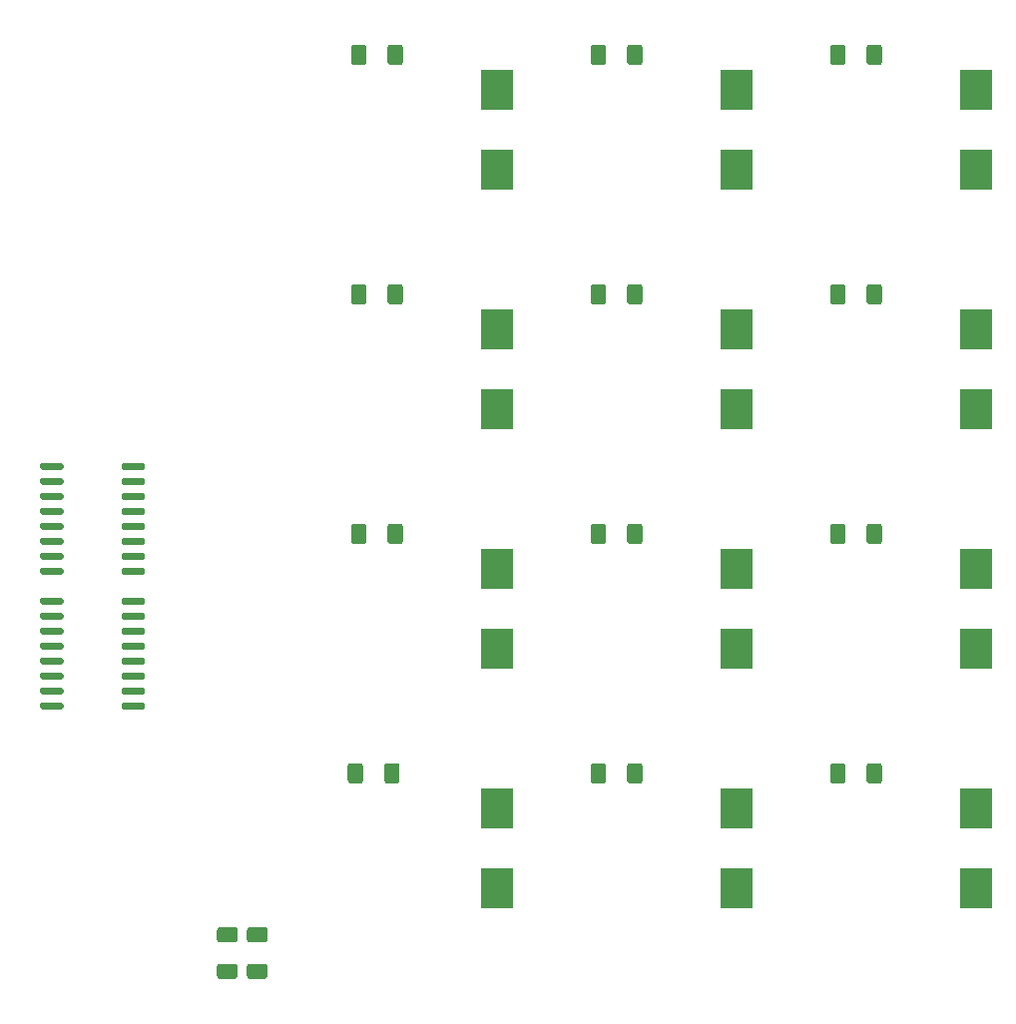
<source format=gbr>
%TF.GenerationSoftware,KiCad,Pcbnew,(5.1.9)-1*%
%TF.CreationDate,2021-05-08T01:25:36+09:00*%
%TF.ProjectId,EncKiboard_V2,456e634b-6962-46f6-9172-645f56322e6b,rev?*%
%TF.SameCoordinates,Original*%
%TF.FileFunction,Paste,Top*%
%TF.FilePolarity,Positive*%
%FSLAX46Y46*%
G04 Gerber Fmt 4.6, Leading zero omitted, Abs format (unit mm)*
G04 Created by KiCad (PCBNEW (5.1.9)-1) date 2021-05-08 01:25:36*
%MOMM*%
%LPD*%
G01*
G04 APERTURE LIST*
%ADD10R,2.700000X3.500000*%
G04 APERTURE END LIST*
D10*
%TO.C,D14*%
X196850000Y-140560000D03*
X196850000Y-133760000D03*
%TD*%
%TO.C,D13*%
X196850000Y-120240000D03*
X196850000Y-113440000D03*
%TD*%
%TO.C,D12*%
X196850000Y-99920000D03*
X196850000Y-93120000D03*
%TD*%
%TO.C,D11*%
X196850000Y-79600000D03*
X196850000Y-72800000D03*
%TD*%
%TO.C,D10*%
X176530000Y-140560000D03*
X176530000Y-133760000D03*
%TD*%
%TO.C,D9*%
X176530000Y-120240000D03*
X176530000Y-113440000D03*
%TD*%
%TO.C,D8*%
X176530000Y-99920000D03*
X176530000Y-93120000D03*
%TD*%
%TO.C,D7*%
X176530000Y-79600000D03*
X176530000Y-72800000D03*
%TD*%
%TO.C,D6*%
X156210000Y-140560000D03*
X156210000Y-133760000D03*
%TD*%
%TO.C,D5*%
X156210000Y-120240000D03*
X156210000Y-113440000D03*
%TD*%
%TO.C,D4*%
X156210000Y-99920000D03*
X156210000Y-93120000D03*
%TD*%
%TO.C,D3*%
X156210000Y-79600000D03*
X156210000Y-72800000D03*
%TD*%
%TO.C,R14*%
G36*
G01*
X187590000Y-131435001D02*
X187590000Y-130184999D01*
G75*
G02*
X187839999Y-129935000I249999J0D01*
G01*
X188640001Y-129935000D01*
G75*
G02*
X188890000Y-130184999I0J-249999D01*
G01*
X188890000Y-131435001D01*
G75*
G02*
X188640001Y-131685000I-249999J0D01*
G01*
X187839999Y-131685000D01*
G75*
G02*
X187590000Y-131435001I0J249999D01*
G01*
G37*
G36*
G01*
X184490000Y-131435001D02*
X184490000Y-130184999D01*
G75*
G02*
X184739999Y-129935000I249999J0D01*
G01*
X185540001Y-129935000D01*
G75*
G02*
X185790000Y-130184999I0J-249999D01*
G01*
X185790000Y-131435001D01*
G75*
G02*
X185540001Y-131685000I-249999J0D01*
G01*
X184739999Y-131685000D01*
G75*
G02*
X184490000Y-131435001I0J249999D01*
G01*
G37*
%TD*%
%TO.C,R13*%
G36*
G01*
X167270000Y-131435001D02*
X167270000Y-130184999D01*
G75*
G02*
X167519999Y-129935000I249999J0D01*
G01*
X168320001Y-129935000D01*
G75*
G02*
X168570000Y-130184999I0J-249999D01*
G01*
X168570000Y-131435001D01*
G75*
G02*
X168320001Y-131685000I-249999J0D01*
G01*
X167519999Y-131685000D01*
G75*
G02*
X167270000Y-131435001I0J249999D01*
G01*
G37*
G36*
G01*
X164170000Y-131435001D02*
X164170000Y-130184999D01*
G75*
G02*
X164419999Y-129935000I249999J0D01*
G01*
X165220001Y-129935000D01*
G75*
G02*
X165470000Y-130184999I0J-249999D01*
G01*
X165470000Y-131435001D01*
G75*
G02*
X165220001Y-131685000I-249999J0D01*
G01*
X164419999Y-131685000D01*
G75*
G02*
X164170000Y-131435001I0J249999D01*
G01*
G37*
%TD*%
%TO.C,R12*%
G36*
G01*
X146670000Y-131435001D02*
X146670000Y-130184999D01*
G75*
G02*
X146919999Y-129935000I249999J0D01*
G01*
X147720001Y-129935000D01*
G75*
G02*
X147970000Y-130184999I0J-249999D01*
G01*
X147970000Y-131435001D01*
G75*
G02*
X147720001Y-131685000I-249999J0D01*
G01*
X146919999Y-131685000D01*
G75*
G02*
X146670000Y-131435001I0J249999D01*
G01*
G37*
G36*
G01*
X143570000Y-131435001D02*
X143570000Y-130184999D01*
G75*
G02*
X143819999Y-129935000I249999J0D01*
G01*
X144620001Y-129935000D01*
G75*
G02*
X144870000Y-130184999I0J-249999D01*
G01*
X144870000Y-131435001D01*
G75*
G02*
X144620001Y-131685000I-249999J0D01*
G01*
X143819999Y-131685000D01*
G75*
G02*
X143570000Y-131435001I0J249999D01*
G01*
G37*
%TD*%
%TO.C,R11*%
G36*
G01*
X187590000Y-111115001D02*
X187590000Y-109864999D01*
G75*
G02*
X187839999Y-109615000I249999J0D01*
G01*
X188640001Y-109615000D01*
G75*
G02*
X188890000Y-109864999I0J-249999D01*
G01*
X188890000Y-111115001D01*
G75*
G02*
X188640001Y-111365000I-249999J0D01*
G01*
X187839999Y-111365000D01*
G75*
G02*
X187590000Y-111115001I0J249999D01*
G01*
G37*
G36*
G01*
X184490000Y-111115001D02*
X184490000Y-109864999D01*
G75*
G02*
X184739999Y-109615000I249999J0D01*
G01*
X185540001Y-109615000D01*
G75*
G02*
X185790000Y-109864999I0J-249999D01*
G01*
X185790000Y-111115001D01*
G75*
G02*
X185540001Y-111365000I-249999J0D01*
G01*
X184739999Y-111365000D01*
G75*
G02*
X184490000Y-111115001I0J249999D01*
G01*
G37*
%TD*%
%TO.C,R10*%
G36*
G01*
X167270000Y-111115001D02*
X167270000Y-109864999D01*
G75*
G02*
X167519999Y-109615000I249999J0D01*
G01*
X168320001Y-109615000D01*
G75*
G02*
X168570000Y-109864999I0J-249999D01*
G01*
X168570000Y-111115001D01*
G75*
G02*
X168320001Y-111365000I-249999J0D01*
G01*
X167519999Y-111365000D01*
G75*
G02*
X167270000Y-111115001I0J249999D01*
G01*
G37*
G36*
G01*
X164170000Y-111115001D02*
X164170000Y-109864999D01*
G75*
G02*
X164419999Y-109615000I249999J0D01*
G01*
X165220001Y-109615000D01*
G75*
G02*
X165470000Y-109864999I0J-249999D01*
G01*
X165470000Y-111115001D01*
G75*
G02*
X165220001Y-111365000I-249999J0D01*
G01*
X164419999Y-111365000D01*
G75*
G02*
X164170000Y-111115001I0J249999D01*
G01*
G37*
%TD*%
%TO.C,R9*%
G36*
G01*
X146950000Y-111115001D02*
X146950000Y-109864999D01*
G75*
G02*
X147199999Y-109615000I249999J0D01*
G01*
X148000001Y-109615000D01*
G75*
G02*
X148250000Y-109864999I0J-249999D01*
G01*
X148250000Y-111115001D01*
G75*
G02*
X148000001Y-111365000I-249999J0D01*
G01*
X147199999Y-111365000D01*
G75*
G02*
X146950000Y-111115001I0J249999D01*
G01*
G37*
G36*
G01*
X143850000Y-111115001D02*
X143850000Y-109864999D01*
G75*
G02*
X144099999Y-109615000I249999J0D01*
G01*
X144900001Y-109615000D01*
G75*
G02*
X145150000Y-109864999I0J-249999D01*
G01*
X145150000Y-111115001D01*
G75*
G02*
X144900001Y-111365000I-249999J0D01*
G01*
X144099999Y-111365000D01*
G75*
G02*
X143850000Y-111115001I0J249999D01*
G01*
G37*
%TD*%
%TO.C,R8*%
G36*
G01*
X187590000Y-90795001D02*
X187590000Y-89544999D01*
G75*
G02*
X187839999Y-89295000I249999J0D01*
G01*
X188640001Y-89295000D01*
G75*
G02*
X188890000Y-89544999I0J-249999D01*
G01*
X188890000Y-90795001D01*
G75*
G02*
X188640001Y-91045000I-249999J0D01*
G01*
X187839999Y-91045000D01*
G75*
G02*
X187590000Y-90795001I0J249999D01*
G01*
G37*
G36*
G01*
X184490000Y-90795001D02*
X184490000Y-89544999D01*
G75*
G02*
X184739999Y-89295000I249999J0D01*
G01*
X185540001Y-89295000D01*
G75*
G02*
X185790000Y-89544999I0J-249999D01*
G01*
X185790000Y-90795001D01*
G75*
G02*
X185540001Y-91045000I-249999J0D01*
G01*
X184739999Y-91045000D01*
G75*
G02*
X184490000Y-90795001I0J249999D01*
G01*
G37*
%TD*%
%TO.C,R7*%
G36*
G01*
X167270000Y-90795001D02*
X167270000Y-89544999D01*
G75*
G02*
X167519999Y-89295000I249999J0D01*
G01*
X168320001Y-89295000D01*
G75*
G02*
X168570000Y-89544999I0J-249999D01*
G01*
X168570000Y-90795001D01*
G75*
G02*
X168320001Y-91045000I-249999J0D01*
G01*
X167519999Y-91045000D01*
G75*
G02*
X167270000Y-90795001I0J249999D01*
G01*
G37*
G36*
G01*
X164170000Y-90795001D02*
X164170000Y-89544999D01*
G75*
G02*
X164419999Y-89295000I249999J0D01*
G01*
X165220001Y-89295000D01*
G75*
G02*
X165470000Y-89544999I0J-249999D01*
G01*
X165470000Y-90795001D01*
G75*
G02*
X165220001Y-91045000I-249999J0D01*
G01*
X164419999Y-91045000D01*
G75*
G02*
X164170000Y-90795001I0J249999D01*
G01*
G37*
%TD*%
%TO.C,R6*%
G36*
G01*
X146950000Y-90795001D02*
X146950000Y-89544999D01*
G75*
G02*
X147199999Y-89295000I249999J0D01*
G01*
X148000001Y-89295000D01*
G75*
G02*
X148250000Y-89544999I0J-249999D01*
G01*
X148250000Y-90795001D01*
G75*
G02*
X148000001Y-91045000I-249999J0D01*
G01*
X147199999Y-91045000D01*
G75*
G02*
X146950000Y-90795001I0J249999D01*
G01*
G37*
G36*
G01*
X143850000Y-90795001D02*
X143850000Y-89544999D01*
G75*
G02*
X144099999Y-89295000I249999J0D01*
G01*
X144900001Y-89295000D01*
G75*
G02*
X145150000Y-89544999I0J-249999D01*
G01*
X145150000Y-90795001D01*
G75*
G02*
X144900001Y-91045000I-249999J0D01*
G01*
X144099999Y-91045000D01*
G75*
G02*
X143850000Y-90795001I0J249999D01*
G01*
G37*
%TD*%
%TO.C,R5*%
G36*
G01*
X187590000Y-70475001D02*
X187590000Y-69224999D01*
G75*
G02*
X187839999Y-68975000I249999J0D01*
G01*
X188640001Y-68975000D01*
G75*
G02*
X188890000Y-69224999I0J-249999D01*
G01*
X188890000Y-70475001D01*
G75*
G02*
X188640001Y-70725000I-249999J0D01*
G01*
X187839999Y-70725000D01*
G75*
G02*
X187590000Y-70475001I0J249999D01*
G01*
G37*
G36*
G01*
X184490000Y-70475001D02*
X184490000Y-69224999D01*
G75*
G02*
X184739999Y-68975000I249999J0D01*
G01*
X185540001Y-68975000D01*
G75*
G02*
X185790000Y-69224999I0J-249999D01*
G01*
X185790000Y-70475001D01*
G75*
G02*
X185540001Y-70725000I-249999J0D01*
G01*
X184739999Y-70725000D01*
G75*
G02*
X184490000Y-70475001I0J249999D01*
G01*
G37*
%TD*%
%TO.C,R4*%
G36*
G01*
X167270000Y-70475001D02*
X167270000Y-69224999D01*
G75*
G02*
X167519999Y-68975000I249999J0D01*
G01*
X168320001Y-68975000D01*
G75*
G02*
X168570000Y-69224999I0J-249999D01*
G01*
X168570000Y-70475001D01*
G75*
G02*
X168320001Y-70725000I-249999J0D01*
G01*
X167519999Y-70725000D01*
G75*
G02*
X167270000Y-70475001I0J249999D01*
G01*
G37*
G36*
G01*
X164170000Y-70475001D02*
X164170000Y-69224999D01*
G75*
G02*
X164419999Y-68975000I249999J0D01*
G01*
X165220001Y-68975000D01*
G75*
G02*
X165470000Y-69224999I0J-249999D01*
G01*
X165470000Y-70475001D01*
G75*
G02*
X165220001Y-70725000I-249999J0D01*
G01*
X164419999Y-70725000D01*
G75*
G02*
X164170000Y-70475001I0J249999D01*
G01*
G37*
%TD*%
%TO.C,R3*%
G36*
G01*
X146950000Y-70475001D02*
X146950000Y-69224999D01*
G75*
G02*
X147199999Y-68975000I249999J0D01*
G01*
X148000001Y-68975000D01*
G75*
G02*
X148250000Y-69224999I0J-249999D01*
G01*
X148250000Y-70475001D01*
G75*
G02*
X148000001Y-70725000I-249999J0D01*
G01*
X147199999Y-70725000D01*
G75*
G02*
X146950000Y-70475001I0J249999D01*
G01*
G37*
G36*
G01*
X143850000Y-70475001D02*
X143850000Y-69224999D01*
G75*
G02*
X144099999Y-68975000I249999J0D01*
G01*
X144900001Y-68975000D01*
G75*
G02*
X145150000Y-69224999I0J-249999D01*
G01*
X145150000Y-70475001D01*
G75*
G02*
X144900001Y-70725000I-249999J0D01*
G01*
X144099999Y-70725000D01*
G75*
G02*
X143850000Y-70475001I0J249999D01*
G01*
G37*
%TD*%
%TO.C,R2*%
G36*
G01*
X135264999Y-146950000D02*
X136515001Y-146950000D01*
G75*
G02*
X136765000Y-147199999I0J-249999D01*
G01*
X136765000Y-148000001D01*
G75*
G02*
X136515001Y-148250000I-249999J0D01*
G01*
X135264999Y-148250000D01*
G75*
G02*
X135015000Y-148000001I0J249999D01*
G01*
X135015000Y-147199999D01*
G75*
G02*
X135264999Y-146950000I249999J0D01*
G01*
G37*
G36*
G01*
X135264999Y-143850000D02*
X136515001Y-143850000D01*
G75*
G02*
X136765000Y-144099999I0J-249999D01*
G01*
X136765000Y-144900001D01*
G75*
G02*
X136515001Y-145150000I-249999J0D01*
G01*
X135264999Y-145150000D01*
G75*
G02*
X135015000Y-144900001I0J249999D01*
G01*
X135015000Y-144099999D01*
G75*
G02*
X135264999Y-143850000I249999J0D01*
G01*
G37*
%TD*%
%TO.C,R1*%
G36*
G01*
X132724999Y-146950000D02*
X133975001Y-146950000D01*
G75*
G02*
X134225000Y-147199999I0J-249999D01*
G01*
X134225000Y-148000001D01*
G75*
G02*
X133975001Y-148250000I-249999J0D01*
G01*
X132724999Y-148250000D01*
G75*
G02*
X132475000Y-148000001I0J249999D01*
G01*
X132475000Y-147199999D01*
G75*
G02*
X132724999Y-146950000I249999J0D01*
G01*
G37*
G36*
G01*
X132724999Y-143850000D02*
X133975001Y-143850000D01*
G75*
G02*
X134225000Y-144099999I0J-249999D01*
G01*
X134225000Y-144900001D01*
G75*
G02*
X133975001Y-145150000I-249999J0D01*
G01*
X132724999Y-145150000D01*
G75*
G02*
X132475000Y-144900001I0J249999D01*
G01*
X132475000Y-144099999D01*
G75*
G02*
X132724999Y-143850000I249999J0D01*
G01*
G37*
%TD*%
%TO.C,IC2*%
G36*
G01*
X124395000Y-116355000D02*
X124395000Y-116055000D01*
G75*
G02*
X124545000Y-115905000I150000J0D01*
G01*
X126220000Y-115905000D01*
G75*
G02*
X126370000Y-116055000I0J-150000D01*
G01*
X126370000Y-116355000D01*
G75*
G02*
X126220000Y-116505000I-150000J0D01*
G01*
X124545000Y-116505000D01*
G75*
G02*
X124395000Y-116355000I0J150000D01*
G01*
G37*
G36*
G01*
X124395000Y-117625000D02*
X124395000Y-117325000D01*
G75*
G02*
X124545000Y-117175000I150000J0D01*
G01*
X126220000Y-117175000D01*
G75*
G02*
X126370000Y-117325000I0J-150000D01*
G01*
X126370000Y-117625000D01*
G75*
G02*
X126220000Y-117775000I-150000J0D01*
G01*
X124545000Y-117775000D01*
G75*
G02*
X124395000Y-117625000I0J150000D01*
G01*
G37*
G36*
G01*
X124395000Y-118895000D02*
X124395000Y-118595000D01*
G75*
G02*
X124545000Y-118445000I150000J0D01*
G01*
X126220000Y-118445000D01*
G75*
G02*
X126370000Y-118595000I0J-150000D01*
G01*
X126370000Y-118895000D01*
G75*
G02*
X126220000Y-119045000I-150000J0D01*
G01*
X124545000Y-119045000D01*
G75*
G02*
X124395000Y-118895000I0J150000D01*
G01*
G37*
G36*
G01*
X124395000Y-120165000D02*
X124395000Y-119865000D01*
G75*
G02*
X124545000Y-119715000I150000J0D01*
G01*
X126220000Y-119715000D01*
G75*
G02*
X126370000Y-119865000I0J-150000D01*
G01*
X126370000Y-120165000D01*
G75*
G02*
X126220000Y-120315000I-150000J0D01*
G01*
X124545000Y-120315000D01*
G75*
G02*
X124395000Y-120165000I0J150000D01*
G01*
G37*
G36*
G01*
X124395000Y-121435000D02*
X124395000Y-121135000D01*
G75*
G02*
X124545000Y-120985000I150000J0D01*
G01*
X126220000Y-120985000D01*
G75*
G02*
X126370000Y-121135000I0J-150000D01*
G01*
X126370000Y-121435000D01*
G75*
G02*
X126220000Y-121585000I-150000J0D01*
G01*
X124545000Y-121585000D01*
G75*
G02*
X124395000Y-121435000I0J150000D01*
G01*
G37*
G36*
G01*
X124395000Y-122705000D02*
X124395000Y-122405000D01*
G75*
G02*
X124545000Y-122255000I150000J0D01*
G01*
X126220000Y-122255000D01*
G75*
G02*
X126370000Y-122405000I0J-150000D01*
G01*
X126370000Y-122705000D01*
G75*
G02*
X126220000Y-122855000I-150000J0D01*
G01*
X124545000Y-122855000D01*
G75*
G02*
X124395000Y-122705000I0J150000D01*
G01*
G37*
G36*
G01*
X124395000Y-123975000D02*
X124395000Y-123675000D01*
G75*
G02*
X124545000Y-123525000I150000J0D01*
G01*
X126220000Y-123525000D01*
G75*
G02*
X126370000Y-123675000I0J-150000D01*
G01*
X126370000Y-123975000D01*
G75*
G02*
X126220000Y-124125000I-150000J0D01*
G01*
X124545000Y-124125000D01*
G75*
G02*
X124395000Y-123975000I0J150000D01*
G01*
G37*
G36*
G01*
X124395000Y-125245000D02*
X124395000Y-124945000D01*
G75*
G02*
X124545000Y-124795000I150000J0D01*
G01*
X126220000Y-124795000D01*
G75*
G02*
X126370000Y-124945000I0J-150000D01*
G01*
X126370000Y-125245000D01*
G75*
G02*
X126220000Y-125395000I-150000J0D01*
G01*
X124545000Y-125395000D01*
G75*
G02*
X124395000Y-125245000I0J150000D01*
G01*
G37*
G36*
G01*
X117470000Y-125245000D02*
X117470000Y-124945000D01*
G75*
G02*
X117620000Y-124795000I150000J0D01*
G01*
X119295000Y-124795000D01*
G75*
G02*
X119445000Y-124945000I0J-150000D01*
G01*
X119445000Y-125245000D01*
G75*
G02*
X119295000Y-125395000I-150000J0D01*
G01*
X117620000Y-125395000D01*
G75*
G02*
X117470000Y-125245000I0J150000D01*
G01*
G37*
G36*
G01*
X117470000Y-123975000D02*
X117470000Y-123675000D01*
G75*
G02*
X117620000Y-123525000I150000J0D01*
G01*
X119295000Y-123525000D01*
G75*
G02*
X119445000Y-123675000I0J-150000D01*
G01*
X119445000Y-123975000D01*
G75*
G02*
X119295000Y-124125000I-150000J0D01*
G01*
X117620000Y-124125000D01*
G75*
G02*
X117470000Y-123975000I0J150000D01*
G01*
G37*
G36*
G01*
X117470000Y-122705000D02*
X117470000Y-122405000D01*
G75*
G02*
X117620000Y-122255000I150000J0D01*
G01*
X119295000Y-122255000D01*
G75*
G02*
X119445000Y-122405000I0J-150000D01*
G01*
X119445000Y-122705000D01*
G75*
G02*
X119295000Y-122855000I-150000J0D01*
G01*
X117620000Y-122855000D01*
G75*
G02*
X117470000Y-122705000I0J150000D01*
G01*
G37*
G36*
G01*
X117470000Y-121435000D02*
X117470000Y-121135000D01*
G75*
G02*
X117620000Y-120985000I150000J0D01*
G01*
X119295000Y-120985000D01*
G75*
G02*
X119445000Y-121135000I0J-150000D01*
G01*
X119445000Y-121435000D01*
G75*
G02*
X119295000Y-121585000I-150000J0D01*
G01*
X117620000Y-121585000D01*
G75*
G02*
X117470000Y-121435000I0J150000D01*
G01*
G37*
G36*
G01*
X117470000Y-120165000D02*
X117470000Y-119865000D01*
G75*
G02*
X117620000Y-119715000I150000J0D01*
G01*
X119295000Y-119715000D01*
G75*
G02*
X119445000Y-119865000I0J-150000D01*
G01*
X119445000Y-120165000D01*
G75*
G02*
X119295000Y-120315000I-150000J0D01*
G01*
X117620000Y-120315000D01*
G75*
G02*
X117470000Y-120165000I0J150000D01*
G01*
G37*
G36*
G01*
X117470000Y-118895000D02*
X117470000Y-118595000D01*
G75*
G02*
X117620000Y-118445000I150000J0D01*
G01*
X119295000Y-118445000D01*
G75*
G02*
X119445000Y-118595000I0J-150000D01*
G01*
X119445000Y-118895000D01*
G75*
G02*
X119295000Y-119045000I-150000J0D01*
G01*
X117620000Y-119045000D01*
G75*
G02*
X117470000Y-118895000I0J150000D01*
G01*
G37*
G36*
G01*
X117470000Y-117625000D02*
X117470000Y-117325000D01*
G75*
G02*
X117620000Y-117175000I150000J0D01*
G01*
X119295000Y-117175000D01*
G75*
G02*
X119445000Y-117325000I0J-150000D01*
G01*
X119445000Y-117625000D01*
G75*
G02*
X119295000Y-117775000I-150000J0D01*
G01*
X117620000Y-117775000D01*
G75*
G02*
X117470000Y-117625000I0J150000D01*
G01*
G37*
G36*
G01*
X117470000Y-116355000D02*
X117470000Y-116055000D01*
G75*
G02*
X117620000Y-115905000I150000J0D01*
G01*
X119295000Y-115905000D01*
G75*
G02*
X119445000Y-116055000I0J-150000D01*
G01*
X119445000Y-116355000D01*
G75*
G02*
X119295000Y-116505000I-150000J0D01*
G01*
X117620000Y-116505000D01*
G75*
G02*
X117470000Y-116355000I0J150000D01*
G01*
G37*
%TD*%
%TO.C,IC1*%
G36*
G01*
X124395000Y-104925000D02*
X124395000Y-104625000D01*
G75*
G02*
X124545000Y-104475000I150000J0D01*
G01*
X126220000Y-104475000D01*
G75*
G02*
X126370000Y-104625000I0J-150000D01*
G01*
X126370000Y-104925000D01*
G75*
G02*
X126220000Y-105075000I-150000J0D01*
G01*
X124545000Y-105075000D01*
G75*
G02*
X124395000Y-104925000I0J150000D01*
G01*
G37*
G36*
G01*
X124395000Y-106195000D02*
X124395000Y-105895000D01*
G75*
G02*
X124545000Y-105745000I150000J0D01*
G01*
X126220000Y-105745000D01*
G75*
G02*
X126370000Y-105895000I0J-150000D01*
G01*
X126370000Y-106195000D01*
G75*
G02*
X126220000Y-106345000I-150000J0D01*
G01*
X124545000Y-106345000D01*
G75*
G02*
X124395000Y-106195000I0J150000D01*
G01*
G37*
G36*
G01*
X124395000Y-107465000D02*
X124395000Y-107165000D01*
G75*
G02*
X124545000Y-107015000I150000J0D01*
G01*
X126220000Y-107015000D01*
G75*
G02*
X126370000Y-107165000I0J-150000D01*
G01*
X126370000Y-107465000D01*
G75*
G02*
X126220000Y-107615000I-150000J0D01*
G01*
X124545000Y-107615000D01*
G75*
G02*
X124395000Y-107465000I0J150000D01*
G01*
G37*
G36*
G01*
X124395000Y-108735000D02*
X124395000Y-108435000D01*
G75*
G02*
X124545000Y-108285000I150000J0D01*
G01*
X126220000Y-108285000D01*
G75*
G02*
X126370000Y-108435000I0J-150000D01*
G01*
X126370000Y-108735000D01*
G75*
G02*
X126220000Y-108885000I-150000J0D01*
G01*
X124545000Y-108885000D01*
G75*
G02*
X124395000Y-108735000I0J150000D01*
G01*
G37*
G36*
G01*
X124395000Y-110005000D02*
X124395000Y-109705000D01*
G75*
G02*
X124545000Y-109555000I150000J0D01*
G01*
X126220000Y-109555000D01*
G75*
G02*
X126370000Y-109705000I0J-150000D01*
G01*
X126370000Y-110005000D01*
G75*
G02*
X126220000Y-110155000I-150000J0D01*
G01*
X124545000Y-110155000D01*
G75*
G02*
X124395000Y-110005000I0J150000D01*
G01*
G37*
G36*
G01*
X124395000Y-111275000D02*
X124395000Y-110975000D01*
G75*
G02*
X124545000Y-110825000I150000J0D01*
G01*
X126220000Y-110825000D01*
G75*
G02*
X126370000Y-110975000I0J-150000D01*
G01*
X126370000Y-111275000D01*
G75*
G02*
X126220000Y-111425000I-150000J0D01*
G01*
X124545000Y-111425000D01*
G75*
G02*
X124395000Y-111275000I0J150000D01*
G01*
G37*
G36*
G01*
X124395000Y-112545000D02*
X124395000Y-112245000D01*
G75*
G02*
X124545000Y-112095000I150000J0D01*
G01*
X126220000Y-112095000D01*
G75*
G02*
X126370000Y-112245000I0J-150000D01*
G01*
X126370000Y-112545000D01*
G75*
G02*
X126220000Y-112695000I-150000J0D01*
G01*
X124545000Y-112695000D01*
G75*
G02*
X124395000Y-112545000I0J150000D01*
G01*
G37*
G36*
G01*
X124395000Y-113815000D02*
X124395000Y-113515000D01*
G75*
G02*
X124545000Y-113365000I150000J0D01*
G01*
X126220000Y-113365000D01*
G75*
G02*
X126370000Y-113515000I0J-150000D01*
G01*
X126370000Y-113815000D01*
G75*
G02*
X126220000Y-113965000I-150000J0D01*
G01*
X124545000Y-113965000D01*
G75*
G02*
X124395000Y-113815000I0J150000D01*
G01*
G37*
G36*
G01*
X117470000Y-113815000D02*
X117470000Y-113515000D01*
G75*
G02*
X117620000Y-113365000I150000J0D01*
G01*
X119295000Y-113365000D01*
G75*
G02*
X119445000Y-113515000I0J-150000D01*
G01*
X119445000Y-113815000D01*
G75*
G02*
X119295000Y-113965000I-150000J0D01*
G01*
X117620000Y-113965000D01*
G75*
G02*
X117470000Y-113815000I0J150000D01*
G01*
G37*
G36*
G01*
X117470000Y-112545000D02*
X117470000Y-112245000D01*
G75*
G02*
X117620000Y-112095000I150000J0D01*
G01*
X119295000Y-112095000D01*
G75*
G02*
X119445000Y-112245000I0J-150000D01*
G01*
X119445000Y-112545000D01*
G75*
G02*
X119295000Y-112695000I-150000J0D01*
G01*
X117620000Y-112695000D01*
G75*
G02*
X117470000Y-112545000I0J150000D01*
G01*
G37*
G36*
G01*
X117470000Y-111275000D02*
X117470000Y-110975000D01*
G75*
G02*
X117620000Y-110825000I150000J0D01*
G01*
X119295000Y-110825000D01*
G75*
G02*
X119445000Y-110975000I0J-150000D01*
G01*
X119445000Y-111275000D01*
G75*
G02*
X119295000Y-111425000I-150000J0D01*
G01*
X117620000Y-111425000D01*
G75*
G02*
X117470000Y-111275000I0J150000D01*
G01*
G37*
G36*
G01*
X117470000Y-110005000D02*
X117470000Y-109705000D01*
G75*
G02*
X117620000Y-109555000I150000J0D01*
G01*
X119295000Y-109555000D01*
G75*
G02*
X119445000Y-109705000I0J-150000D01*
G01*
X119445000Y-110005000D01*
G75*
G02*
X119295000Y-110155000I-150000J0D01*
G01*
X117620000Y-110155000D01*
G75*
G02*
X117470000Y-110005000I0J150000D01*
G01*
G37*
G36*
G01*
X117470000Y-108735000D02*
X117470000Y-108435000D01*
G75*
G02*
X117620000Y-108285000I150000J0D01*
G01*
X119295000Y-108285000D01*
G75*
G02*
X119445000Y-108435000I0J-150000D01*
G01*
X119445000Y-108735000D01*
G75*
G02*
X119295000Y-108885000I-150000J0D01*
G01*
X117620000Y-108885000D01*
G75*
G02*
X117470000Y-108735000I0J150000D01*
G01*
G37*
G36*
G01*
X117470000Y-107465000D02*
X117470000Y-107165000D01*
G75*
G02*
X117620000Y-107015000I150000J0D01*
G01*
X119295000Y-107015000D01*
G75*
G02*
X119445000Y-107165000I0J-150000D01*
G01*
X119445000Y-107465000D01*
G75*
G02*
X119295000Y-107615000I-150000J0D01*
G01*
X117620000Y-107615000D01*
G75*
G02*
X117470000Y-107465000I0J150000D01*
G01*
G37*
G36*
G01*
X117470000Y-106195000D02*
X117470000Y-105895000D01*
G75*
G02*
X117620000Y-105745000I150000J0D01*
G01*
X119295000Y-105745000D01*
G75*
G02*
X119445000Y-105895000I0J-150000D01*
G01*
X119445000Y-106195000D01*
G75*
G02*
X119295000Y-106345000I-150000J0D01*
G01*
X117620000Y-106345000D01*
G75*
G02*
X117470000Y-106195000I0J150000D01*
G01*
G37*
G36*
G01*
X117470000Y-104925000D02*
X117470000Y-104625000D01*
G75*
G02*
X117620000Y-104475000I150000J0D01*
G01*
X119295000Y-104475000D01*
G75*
G02*
X119445000Y-104625000I0J-150000D01*
G01*
X119445000Y-104925000D01*
G75*
G02*
X119295000Y-105075000I-150000J0D01*
G01*
X117620000Y-105075000D01*
G75*
G02*
X117470000Y-104925000I0J150000D01*
G01*
G37*
%TD*%
M02*

</source>
